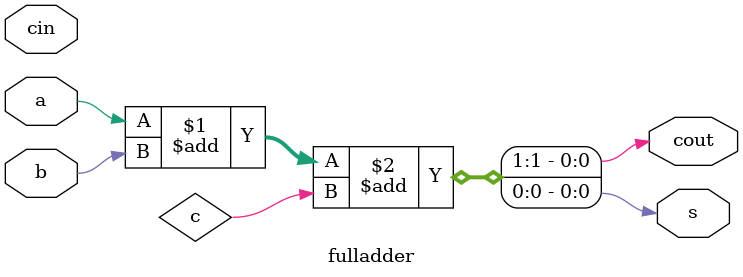
<source format=v>
module halfadder (input a , input b , output c , output s);
assign s=a^b;
assign c=a&b;
endmodule

module fulladder (input a , input b , input cin , output cout , output s);

assign {cout,s}=a+b+c;


endmodule
</source>
